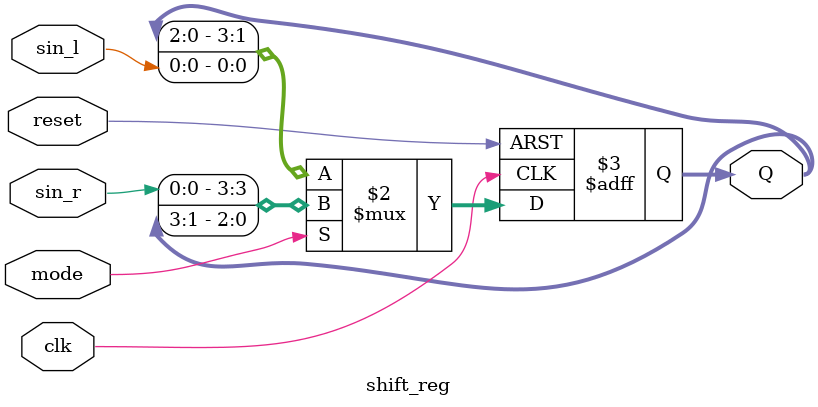
<source format=v>
module shift_reg(
    input wire clk,reset,mode,sin_r,sin_l,
    output reg [3:0] Q
);
    always @(posedge clk or posedge reset) begin
        if(reset) begin
            Q <= 4'b0000;
        end
        else begin
            Q <= mode ? {sin_r,Q[3:1]} : {Q[2:0],sin_l};
        end
    end
endmodule
</source>
